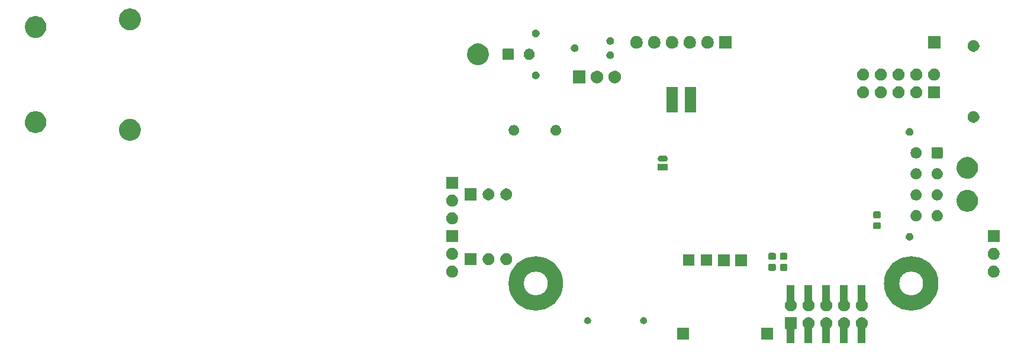
<source format=gbr>
G04 #@! TF.GenerationSoftware,KiCad,Pcbnew,5.1.5+dfsg1-2build2*
G04 #@! TF.CreationDate,2022-02-07T22:13:22+01:00*
G04 #@! TF.ProjectId,mre_addon_v2,6d72655f-6164-4646-9f6e-5f76322e6b69,V2.3*
G04 #@! TF.SameCoordinates,Original*
G04 #@! TF.FileFunction,Soldermask,Bot*
G04 #@! TF.FilePolarity,Negative*
%FSLAX46Y46*%
G04 Gerber Fmt 4.6, Leading zero omitted, Abs format (unit mm)*
G04 Created by KiCad (PCBNEW 5.1.5+dfsg1-2build2) date 2022-02-07 22:13:22*
%MOMM*%
%LPD*%
G04 APERTURE LIST*
%ADD10C,2.200000*%
%ADD11C,0.100000*%
G04 APERTURE END LIST*
D10*
X91300000Y-162700000D02*
G75*
G03X91300000Y-162700000I-2800000J0D01*
G01*
X145000000Y-162700000D02*
G75*
G03X145000000Y-162700000I-2800000J0D01*
G01*
D11*
G36*
X130301308Y-167560763D02*
G01*
X130456180Y-167624913D01*
X130595561Y-167718045D01*
X130714095Y-167836579D01*
X130807227Y-167975960D01*
X130871377Y-168130832D01*
X130904080Y-168295244D01*
X130904080Y-168462876D01*
X130871377Y-168627288D01*
X130807227Y-168782160D01*
X130714095Y-168921541D01*
X130635606Y-169000030D01*
X130620066Y-169018966D01*
X130608515Y-169040577D01*
X130601402Y-169064026D01*
X130599000Y-169088412D01*
X130599000Y-171257600D01*
X129497000Y-171257600D01*
X129497000Y-169078252D01*
X129494598Y-169053866D01*
X129487485Y-169030417D01*
X129475934Y-169008806D01*
X129460394Y-168989870D01*
X129392065Y-168921541D01*
X129298933Y-168782160D01*
X129234783Y-168627288D01*
X129202080Y-168462876D01*
X129202080Y-168295244D01*
X129234783Y-168130832D01*
X129298933Y-167975960D01*
X129392065Y-167836579D01*
X129510599Y-167718045D01*
X129649980Y-167624913D01*
X129804852Y-167560763D01*
X129969264Y-167528060D01*
X130136896Y-167528060D01*
X130301308Y-167560763D01*
G37*
G36*
X132841308Y-167560763D02*
G01*
X132996180Y-167624913D01*
X133135561Y-167718045D01*
X133254095Y-167836579D01*
X133347227Y-167975960D01*
X133411377Y-168130832D01*
X133444080Y-168295244D01*
X133444080Y-168462876D01*
X133411377Y-168627288D01*
X133347227Y-168782160D01*
X133254095Y-168921541D01*
X133175606Y-169000030D01*
X133160066Y-169018966D01*
X133148515Y-169040577D01*
X133141402Y-169064026D01*
X133139000Y-169088412D01*
X133139000Y-171257600D01*
X132037000Y-171257600D01*
X132037000Y-169078252D01*
X132034598Y-169053866D01*
X132027485Y-169030417D01*
X132015934Y-169008806D01*
X132000394Y-168989870D01*
X131932065Y-168921541D01*
X131838933Y-168782160D01*
X131774783Y-168627288D01*
X131742080Y-168462876D01*
X131742080Y-168295244D01*
X131774783Y-168130832D01*
X131838933Y-167975960D01*
X131932065Y-167836579D01*
X132050599Y-167718045D01*
X132189980Y-167624913D01*
X132344852Y-167560763D01*
X132509264Y-167528060D01*
X132676896Y-167528060D01*
X132841308Y-167560763D01*
G37*
G36*
X135381308Y-167560763D02*
G01*
X135536180Y-167624913D01*
X135675561Y-167718045D01*
X135794095Y-167836579D01*
X135887227Y-167975960D01*
X135951377Y-168130832D01*
X135984080Y-168295244D01*
X135984080Y-168462876D01*
X135951377Y-168627288D01*
X135887227Y-168782160D01*
X135794095Y-168921541D01*
X135715606Y-169000030D01*
X135700066Y-169018966D01*
X135688515Y-169040577D01*
X135681402Y-169064026D01*
X135679000Y-169088412D01*
X135679000Y-171257600D01*
X134577000Y-171257600D01*
X134577000Y-169078252D01*
X134574598Y-169053866D01*
X134567485Y-169030417D01*
X134555934Y-169008806D01*
X134540394Y-168989870D01*
X134472065Y-168921541D01*
X134378933Y-168782160D01*
X134314783Y-168627288D01*
X134282080Y-168462876D01*
X134282080Y-168295244D01*
X134314783Y-168130832D01*
X134378933Y-167975960D01*
X134472065Y-167836579D01*
X134590599Y-167718045D01*
X134729980Y-167624913D01*
X134884852Y-167560763D01*
X135049264Y-167528060D01*
X135216896Y-167528060D01*
X135381308Y-167560763D01*
G37*
G36*
X127761308Y-167560763D02*
G01*
X127916180Y-167624913D01*
X128055561Y-167718045D01*
X128174095Y-167836579D01*
X128267227Y-167975960D01*
X128331377Y-168130832D01*
X128364080Y-168295244D01*
X128364080Y-168462876D01*
X128331377Y-168627288D01*
X128267227Y-168782160D01*
X128174095Y-168921541D01*
X128095606Y-169000030D01*
X128080066Y-169018966D01*
X128068515Y-169040577D01*
X128061402Y-169064026D01*
X128059000Y-169088412D01*
X128059000Y-171257600D01*
X126957000Y-171257600D01*
X126957000Y-169078252D01*
X126954598Y-169053866D01*
X126947485Y-169030417D01*
X126935934Y-169008806D01*
X126920394Y-168989870D01*
X126852065Y-168921541D01*
X126758933Y-168782160D01*
X126694783Y-168627288D01*
X126662080Y-168462876D01*
X126662080Y-168295244D01*
X126694783Y-168130832D01*
X126758933Y-167975960D01*
X126852065Y-167836579D01*
X126970599Y-167718045D01*
X127109980Y-167624913D01*
X127264852Y-167560763D01*
X127429264Y-167528060D01*
X127596896Y-167528060D01*
X127761308Y-167560763D01*
G37*
G36*
X125824080Y-169230060D02*
G01*
X125643999Y-169230060D01*
X125619613Y-169232462D01*
X125596164Y-169239575D01*
X125574553Y-169251126D01*
X125555611Y-169266671D01*
X125540066Y-169285613D01*
X125528515Y-169307224D01*
X125521402Y-169330673D01*
X125519000Y-169355059D01*
X125519000Y-171257600D01*
X124417000Y-171257600D01*
X124417000Y-169355059D01*
X124414598Y-169330673D01*
X124407485Y-169307224D01*
X124395934Y-169285613D01*
X124380389Y-169266671D01*
X124361447Y-169251126D01*
X124339836Y-169239575D01*
X124316387Y-169232462D01*
X124292001Y-169230060D01*
X124122080Y-169230060D01*
X124122080Y-167528060D01*
X125824080Y-167528060D01*
X125824080Y-169230060D01*
G37*
G36*
X122466200Y-170731200D02*
G01*
X120764200Y-170731200D01*
X120764200Y-169029200D01*
X122466200Y-169029200D01*
X122466200Y-170731200D01*
G37*
G36*
X110401200Y-170731200D02*
G01*
X108699200Y-170731200D01*
X108699200Y-169029200D01*
X110401200Y-169029200D01*
X110401200Y-170731200D01*
G37*
G36*
X96058532Y-167530541D02*
G01*
X96148707Y-167567893D01*
X96229863Y-167622120D01*
X96298880Y-167691137D01*
X96353107Y-167772293D01*
X96390459Y-167862468D01*
X96409500Y-167958197D01*
X96409500Y-168055803D01*
X96390459Y-168151532D01*
X96353107Y-168241707D01*
X96298880Y-168322863D01*
X96229863Y-168391880D01*
X96148707Y-168446107D01*
X96058532Y-168483459D01*
X95962803Y-168502500D01*
X95865197Y-168502500D01*
X95769468Y-168483459D01*
X95679293Y-168446107D01*
X95598137Y-168391880D01*
X95529120Y-168322863D01*
X95474893Y-168241707D01*
X95437541Y-168151532D01*
X95418500Y-168055803D01*
X95418500Y-167958197D01*
X95437541Y-167862468D01*
X95474893Y-167772293D01*
X95529120Y-167691137D01*
X95598137Y-167622120D01*
X95679293Y-167567893D01*
X95769468Y-167530541D01*
X95865197Y-167511500D01*
X95962803Y-167511500D01*
X96058532Y-167530541D01*
G37*
G36*
X104058532Y-167530541D02*
G01*
X104148707Y-167567893D01*
X104229863Y-167622120D01*
X104298880Y-167691137D01*
X104353107Y-167772293D01*
X104390459Y-167862468D01*
X104409500Y-167958197D01*
X104409500Y-168055803D01*
X104390459Y-168151532D01*
X104353107Y-168241707D01*
X104298880Y-168322863D01*
X104229863Y-168391880D01*
X104148707Y-168446107D01*
X104058532Y-168483459D01*
X103962803Y-168502500D01*
X103865197Y-168502500D01*
X103769468Y-168483459D01*
X103679293Y-168446107D01*
X103598137Y-168391880D01*
X103529120Y-168322863D01*
X103474893Y-168241707D01*
X103437541Y-168151532D01*
X103418500Y-168055803D01*
X103418500Y-167958197D01*
X103437541Y-167862468D01*
X103474893Y-167772293D01*
X103529120Y-167691137D01*
X103598137Y-167622120D01*
X103679293Y-167567893D01*
X103769468Y-167530541D01*
X103865197Y-167511500D01*
X103962803Y-167511500D01*
X104058532Y-167530541D01*
G37*
G36*
X125519000Y-165129708D02*
G01*
X125521402Y-165154094D01*
X125528515Y-165177543D01*
X125540066Y-165199154D01*
X125555606Y-165218090D01*
X125634095Y-165296579D01*
X125727227Y-165435960D01*
X125791377Y-165590832D01*
X125824080Y-165755244D01*
X125824080Y-165922876D01*
X125791377Y-166087288D01*
X125727227Y-166242160D01*
X125634095Y-166381541D01*
X125515561Y-166500075D01*
X125376180Y-166593207D01*
X125221308Y-166657357D01*
X125056896Y-166690060D01*
X124889264Y-166690060D01*
X124724852Y-166657357D01*
X124569980Y-166593207D01*
X124430599Y-166500075D01*
X124312065Y-166381541D01*
X124218933Y-166242160D01*
X124154783Y-166087288D01*
X124122080Y-165922876D01*
X124122080Y-165755244D01*
X124154783Y-165590832D01*
X124218933Y-165435960D01*
X124312065Y-165296579D01*
X124380394Y-165228250D01*
X124395934Y-165209314D01*
X124407485Y-165187703D01*
X124414598Y-165164254D01*
X124417000Y-165139868D01*
X124417000Y-162955600D01*
X125519000Y-162955600D01*
X125519000Y-165129708D01*
G37*
G36*
X133139000Y-165129708D02*
G01*
X133141402Y-165154094D01*
X133148515Y-165177543D01*
X133160066Y-165199154D01*
X133175606Y-165218090D01*
X133254095Y-165296579D01*
X133347227Y-165435960D01*
X133411377Y-165590832D01*
X133444080Y-165755244D01*
X133444080Y-165922876D01*
X133411377Y-166087288D01*
X133347227Y-166242160D01*
X133254095Y-166381541D01*
X133135561Y-166500075D01*
X132996180Y-166593207D01*
X132841308Y-166657357D01*
X132676896Y-166690060D01*
X132509264Y-166690060D01*
X132344852Y-166657357D01*
X132189980Y-166593207D01*
X132050599Y-166500075D01*
X131932065Y-166381541D01*
X131838933Y-166242160D01*
X131774783Y-166087288D01*
X131742080Y-165922876D01*
X131742080Y-165755244D01*
X131774783Y-165590832D01*
X131838933Y-165435960D01*
X131932065Y-165296579D01*
X132000394Y-165228250D01*
X132015934Y-165209314D01*
X132027485Y-165187703D01*
X132034598Y-165164254D01*
X132037000Y-165139868D01*
X132037000Y-162955600D01*
X133139000Y-162955600D01*
X133139000Y-165129708D01*
G37*
G36*
X135679000Y-165129708D02*
G01*
X135681402Y-165154094D01*
X135688515Y-165177543D01*
X135700066Y-165199154D01*
X135715606Y-165218090D01*
X135794095Y-165296579D01*
X135887227Y-165435960D01*
X135951377Y-165590832D01*
X135984080Y-165755244D01*
X135984080Y-165922876D01*
X135951377Y-166087288D01*
X135887227Y-166242160D01*
X135794095Y-166381541D01*
X135675561Y-166500075D01*
X135536180Y-166593207D01*
X135381308Y-166657357D01*
X135216896Y-166690060D01*
X135049264Y-166690060D01*
X134884852Y-166657357D01*
X134729980Y-166593207D01*
X134590599Y-166500075D01*
X134472065Y-166381541D01*
X134378933Y-166242160D01*
X134314783Y-166087288D01*
X134282080Y-165922876D01*
X134282080Y-165755244D01*
X134314783Y-165590832D01*
X134378933Y-165435960D01*
X134472065Y-165296579D01*
X134540394Y-165228250D01*
X134555934Y-165209314D01*
X134567485Y-165187703D01*
X134574598Y-165164254D01*
X134577000Y-165139868D01*
X134577000Y-162955600D01*
X135679000Y-162955600D01*
X135679000Y-165129708D01*
G37*
G36*
X130599000Y-165129708D02*
G01*
X130601402Y-165154094D01*
X130608515Y-165177543D01*
X130620066Y-165199154D01*
X130635606Y-165218090D01*
X130714095Y-165296579D01*
X130807227Y-165435960D01*
X130871377Y-165590832D01*
X130904080Y-165755244D01*
X130904080Y-165922876D01*
X130871377Y-166087288D01*
X130807227Y-166242160D01*
X130714095Y-166381541D01*
X130595561Y-166500075D01*
X130456180Y-166593207D01*
X130301308Y-166657357D01*
X130136896Y-166690060D01*
X129969264Y-166690060D01*
X129804852Y-166657357D01*
X129649980Y-166593207D01*
X129510599Y-166500075D01*
X129392065Y-166381541D01*
X129298933Y-166242160D01*
X129234783Y-166087288D01*
X129202080Y-165922876D01*
X129202080Y-165755244D01*
X129234783Y-165590832D01*
X129298933Y-165435960D01*
X129392065Y-165296579D01*
X129460394Y-165228250D01*
X129475934Y-165209314D01*
X129487485Y-165187703D01*
X129494598Y-165164254D01*
X129497000Y-165139868D01*
X129497000Y-162955600D01*
X130599000Y-162955600D01*
X130599000Y-165129708D01*
G37*
G36*
X128059000Y-165129708D02*
G01*
X128061402Y-165154094D01*
X128068515Y-165177543D01*
X128080066Y-165199154D01*
X128095606Y-165218090D01*
X128174095Y-165296579D01*
X128267227Y-165435960D01*
X128331377Y-165590832D01*
X128364080Y-165755244D01*
X128364080Y-165922876D01*
X128331377Y-166087288D01*
X128267227Y-166242160D01*
X128174095Y-166381541D01*
X128055561Y-166500075D01*
X127916180Y-166593207D01*
X127761308Y-166657357D01*
X127596896Y-166690060D01*
X127429264Y-166690060D01*
X127264852Y-166657357D01*
X127109980Y-166593207D01*
X126970599Y-166500075D01*
X126852065Y-166381541D01*
X126758933Y-166242160D01*
X126694783Y-166087288D01*
X126662080Y-165922876D01*
X126662080Y-165755244D01*
X126694783Y-165590832D01*
X126758933Y-165435960D01*
X126852065Y-165296579D01*
X126920394Y-165228250D01*
X126935934Y-165209314D01*
X126947485Y-165187703D01*
X126954598Y-165164254D01*
X126957000Y-165139868D01*
X126957000Y-162955600D01*
X128059000Y-162955600D01*
X128059000Y-165129708D01*
G37*
G36*
X76778428Y-160171903D02*
G01*
X76933300Y-160236053D01*
X77072681Y-160329185D01*
X77191215Y-160447719D01*
X77284347Y-160587100D01*
X77348497Y-160741972D01*
X77381200Y-160906384D01*
X77381200Y-161074016D01*
X77348497Y-161238428D01*
X77284347Y-161393300D01*
X77191215Y-161532681D01*
X77072681Y-161651215D01*
X76933300Y-161744347D01*
X76778428Y-161808497D01*
X76614016Y-161841200D01*
X76446384Y-161841200D01*
X76281972Y-161808497D01*
X76127100Y-161744347D01*
X75987719Y-161651215D01*
X75869185Y-161532681D01*
X75776053Y-161393300D01*
X75711903Y-161238428D01*
X75679200Y-161074016D01*
X75679200Y-160906384D01*
X75711903Y-160741972D01*
X75776053Y-160587100D01*
X75869185Y-160447719D01*
X75987719Y-160329185D01*
X76127100Y-160236053D01*
X76281972Y-160171903D01*
X76446384Y-160139200D01*
X76614016Y-160139200D01*
X76778428Y-160171903D01*
G37*
G36*
X154248428Y-160171903D02*
G01*
X154403300Y-160236053D01*
X154542681Y-160329185D01*
X154661215Y-160447719D01*
X154754347Y-160587100D01*
X154818497Y-160741972D01*
X154851200Y-160906384D01*
X154851200Y-161074016D01*
X154818497Y-161238428D01*
X154754347Y-161393300D01*
X154661215Y-161532681D01*
X154542681Y-161651215D01*
X154403300Y-161744347D01*
X154248428Y-161808497D01*
X154084016Y-161841200D01*
X153916384Y-161841200D01*
X153751972Y-161808497D01*
X153597100Y-161744347D01*
X153457719Y-161651215D01*
X153339185Y-161532681D01*
X153246053Y-161393300D01*
X153181903Y-161238428D01*
X153149200Y-161074016D01*
X153149200Y-160906384D01*
X153181903Y-160741972D01*
X153246053Y-160587100D01*
X153339185Y-160447719D01*
X153457719Y-160329185D01*
X153597100Y-160236053D01*
X153751972Y-160171903D01*
X153916384Y-160139200D01*
X154084016Y-160139200D01*
X154248428Y-160171903D01*
G37*
G36*
X124329591Y-159903085D02*
G01*
X124363569Y-159913393D01*
X124394890Y-159930134D01*
X124422339Y-159952661D01*
X124444866Y-159980110D01*
X124461607Y-160011431D01*
X124471915Y-160045409D01*
X124476000Y-160086890D01*
X124476000Y-160688110D01*
X124471915Y-160729591D01*
X124461607Y-160763569D01*
X124444866Y-160794890D01*
X124422339Y-160822339D01*
X124394890Y-160844866D01*
X124363569Y-160861607D01*
X124329591Y-160871915D01*
X124288110Y-160876000D01*
X123611890Y-160876000D01*
X123570409Y-160871915D01*
X123536431Y-160861607D01*
X123505110Y-160844866D01*
X123477661Y-160822339D01*
X123455134Y-160794890D01*
X123438393Y-160763569D01*
X123428085Y-160729591D01*
X123424000Y-160688110D01*
X123424000Y-160086890D01*
X123428085Y-160045409D01*
X123438393Y-160011431D01*
X123455134Y-159980110D01*
X123477661Y-159952661D01*
X123505110Y-159930134D01*
X123536431Y-159913393D01*
X123570409Y-159903085D01*
X123611890Y-159899000D01*
X124288110Y-159899000D01*
X124329591Y-159903085D01*
G37*
G36*
X122679591Y-159903085D02*
G01*
X122713569Y-159913393D01*
X122744890Y-159930134D01*
X122772339Y-159952661D01*
X122794866Y-159980110D01*
X122811607Y-160011431D01*
X122821915Y-160045409D01*
X122826000Y-160086890D01*
X122826000Y-160688110D01*
X122821915Y-160729591D01*
X122811607Y-160763569D01*
X122794866Y-160794890D01*
X122772339Y-160822339D01*
X122744890Y-160844866D01*
X122713569Y-160861607D01*
X122679591Y-160871915D01*
X122638110Y-160876000D01*
X121961890Y-160876000D01*
X121920409Y-160871915D01*
X121886431Y-160861607D01*
X121855110Y-160844866D01*
X121827661Y-160822339D01*
X121805134Y-160794890D01*
X121788393Y-160763569D01*
X121778085Y-160729591D01*
X121774000Y-160688110D01*
X121774000Y-160086890D01*
X121778085Y-160045409D01*
X121788393Y-160011431D01*
X121805134Y-159980110D01*
X121827661Y-159952661D01*
X121855110Y-159930134D01*
X121886431Y-159913393D01*
X121920409Y-159903085D01*
X121961890Y-159899000D01*
X122638110Y-159899000D01*
X122679591Y-159903085D01*
G37*
G36*
X118751600Y-160211800D02*
G01*
X117049600Y-160211800D01*
X117049600Y-158509800D01*
X118751600Y-158509800D01*
X118751600Y-160211800D01*
G37*
G36*
X116251600Y-160211800D02*
G01*
X114549600Y-160211800D01*
X114549600Y-158509800D01*
X116251600Y-158509800D01*
X116251600Y-160211800D01*
G37*
G36*
X111213600Y-160173800D02*
G01*
X109587600Y-160173800D01*
X109587600Y-158547800D01*
X111213600Y-158547800D01*
X111213600Y-160173800D01*
G37*
G36*
X113713600Y-160173800D02*
G01*
X112087600Y-160173800D01*
X112087600Y-158547800D01*
X113713600Y-158547800D01*
X113713600Y-160173800D01*
G37*
G36*
X80048200Y-160063200D02*
G01*
X78346200Y-160063200D01*
X78346200Y-158361200D01*
X80048200Y-158361200D01*
X80048200Y-160063200D01*
G37*
G36*
X81985428Y-158393903D02*
G01*
X82140300Y-158458053D01*
X82279681Y-158551185D01*
X82398215Y-158669719D01*
X82491347Y-158809100D01*
X82555497Y-158963972D01*
X82588200Y-159128384D01*
X82588200Y-159296016D01*
X82555497Y-159460428D01*
X82491347Y-159615300D01*
X82398215Y-159754681D01*
X82279681Y-159873215D01*
X82140300Y-159966347D01*
X81985428Y-160030497D01*
X81821016Y-160063200D01*
X81653384Y-160063200D01*
X81488972Y-160030497D01*
X81334100Y-159966347D01*
X81194719Y-159873215D01*
X81076185Y-159754681D01*
X80983053Y-159615300D01*
X80918903Y-159460428D01*
X80886200Y-159296016D01*
X80886200Y-159128384D01*
X80918903Y-158963972D01*
X80983053Y-158809100D01*
X81076185Y-158669719D01*
X81194719Y-158551185D01*
X81334100Y-158458053D01*
X81488972Y-158393903D01*
X81653384Y-158361200D01*
X81821016Y-158361200D01*
X81985428Y-158393903D01*
G37*
G36*
X84525428Y-158393903D02*
G01*
X84680300Y-158458053D01*
X84819681Y-158551185D01*
X84938215Y-158669719D01*
X85031347Y-158809100D01*
X85095497Y-158963972D01*
X85128200Y-159128384D01*
X85128200Y-159296016D01*
X85095497Y-159460428D01*
X85031347Y-159615300D01*
X84938215Y-159754681D01*
X84819681Y-159873215D01*
X84680300Y-159966347D01*
X84525428Y-160030497D01*
X84361016Y-160063200D01*
X84193384Y-160063200D01*
X84028972Y-160030497D01*
X83874100Y-159966347D01*
X83734719Y-159873215D01*
X83616185Y-159754681D01*
X83523053Y-159615300D01*
X83458903Y-159460428D01*
X83426200Y-159296016D01*
X83426200Y-159128384D01*
X83458903Y-158963972D01*
X83523053Y-158809100D01*
X83616185Y-158669719D01*
X83734719Y-158551185D01*
X83874100Y-158458053D01*
X84028972Y-158393903D01*
X84193384Y-158361200D01*
X84361016Y-158361200D01*
X84525428Y-158393903D01*
G37*
G36*
X76778428Y-157631903D02*
G01*
X76933300Y-157696053D01*
X77072681Y-157789185D01*
X77191215Y-157907719D01*
X77284347Y-158047100D01*
X77348497Y-158201972D01*
X77381200Y-158366384D01*
X77381200Y-158534016D01*
X77348497Y-158698428D01*
X77284347Y-158853300D01*
X77191215Y-158992681D01*
X77072681Y-159111215D01*
X76933300Y-159204347D01*
X76778428Y-159268497D01*
X76614016Y-159301200D01*
X76446384Y-159301200D01*
X76281972Y-159268497D01*
X76127100Y-159204347D01*
X75987719Y-159111215D01*
X75869185Y-158992681D01*
X75776053Y-158853300D01*
X75711903Y-158698428D01*
X75679200Y-158534016D01*
X75679200Y-158366384D01*
X75711903Y-158201972D01*
X75776053Y-158047100D01*
X75869185Y-157907719D01*
X75987719Y-157789185D01*
X76127100Y-157696053D01*
X76281972Y-157631903D01*
X76446384Y-157599200D01*
X76614016Y-157599200D01*
X76778428Y-157631903D01*
G37*
G36*
X154248428Y-157631903D02*
G01*
X154403300Y-157696053D01*
X154542681Y-157789185D01*
X154661215Y-157907719D01*
X154754347Y-158047100D01*
X154818497Y-158201972D01*
X154851200Y-158366384D01*
X154851200Y-158534016D01*
X154818497Y-158698428D01*
X154754347Y-158853300D01*
X154661215Y-158992681D01*
X154542681Y-159111215D01*
X154403300Y-159204347D01*
X154248428Y-159268497D01*
X154084016Y-159301200D01*
X153916384Y-159301200D01*
X153751972Y-159268497D01*
X153597100Y-159204347D01*
X153457719Y-159111215D01*
X153339185Y-158992681D01*
X153246053Y-158853300D01*
X153181903Y-158698428D01*
X153149200Y-158534016D01*
X153149200Y-158366384D01*
X153181903Y-158201972D01*
X153246053Y-158047100D01*
X153339185Y-157907719D01*
X153457719Y-157789185D01*
X153597100Y-157696053D01*
X153751972Y-157631903D01*
X153916384Y-157599200D01*
X154084016Y-157599200D01*
X154248428Y-157631903D01*
G37*
G36*
X124329591Y-158328085D02*
G01*
X124363569Y-158338393D01*
X124394890Y-158355134D01*
X124422339Y-158377661D01*
X124444866Y-158405110D01*
X124461607Y-158436431D01*
X124471915Y-158470409D01*
X124476000Y-158511890D01*
X124476000Y-159113110D01*
X124471915Y-159154591D01*
X124461607Y-159188569D01*
X124444866Y-159219890D01*
X124422339Y-159247339D01*
X124394890Y-159269866D01*
X124363569Y-159286607D01*
X124329591Y-159296915D01*
X124288110Y-159301000D01*
X123611890Y-159301000D01*
X123570409Y-159296915D01*
X123536431Y-159286607D01*
X123505110Y-159269866D01*
X123477661Y-159247339D01*
X123455134Y-159219890D01*
X123438393Y-159188569D01*
X123428085Y-159154591D01*
X123424000Y-159113110D01*
X123424000Y-158511890D01*
X123428085Y-158470409D01*
X123438393Y-158436431D01*
X123455134Y-158405110D01*
X123477661Y-158377661D01*
X123505110Y-158355134D01*
X123536431Y-158338393D01*
X123570409Y-158328085D01*
X123611890Y-158324000D01*
X124288110Y-158324000D01*
X124329591Y-158328085D01*
G37*
G36*
X122679591Y-158328085D02*
G01*
X122713569Y-158338393D01*
X122744890Y-158355134D01*
X122772339Y-158377661D01*
X122794866Y-158405110D01*
X122811607Y-158436431D01*
X122821915Y-158470409D01*
X122826000Y-158511890D01*
X122826000Y-159113110D01*
X122821915Y-159154591D01*
X122811607Y-159188569D01*
X122794866Y-159219890D01*
X122772339Y-159247339D01*
X122744890Y-159269866D01*
X122713569Y-159286607D01*
X122679591Y-159296915D01*
X122638110Y-159301000D01*
X121961890Y-159301000D01*
X121920409Y-159296915D01*
X121886431Y-159286607D01*
X121855110Y-159269866D01*
X121827661Y-159247339D01*
X121805134Y-159219890D01*
X121788393Y-159188569D01*
X121778085Y-159154591D01*
X121774000Y-159113110D01*
X121774000Y-158511890D01*
X121778085Y-158470409D01*
X121788393Y-158436431D01*
X121805134Y-158405110D01*
X121827661Y-158377661D01*
X121855110Y-158355134D01*
X121886431Y-158338393D01*
X121920409Y-158328085D01*
X121961890Y-158324000D01*
X122638110Y-158324000D01*
X122679591Y-158328085D01*
G37*
G36*
X154851200Y-156761200D02*
G01*
X153149200Y-156761200D01*
X153149200Y-155059200D01*
X154851200Y-155059200D01*
X154851200Y-156761200D01*
G37*
G36*
X77381200Y-156761200D02*
G01*
X75679200Y-156761200D01*
X75679200Y-155059200D01*
X77381200Y-155059200D01*
X77381200Y-156761200D01*
G37*
G36*
X142120721Y-155470174D02*
G01*
X142220995Y-155511709D01*
X142220996Y-155511710D01*
X142311242Y-155572010D01*
X142387990Y-155648758D01*
X142387991Y-155648760D01*
X142448291Y-155739005D01*
X142489826Y-155839279D01*
X142511000Y-155945730D01*
X142511000Y-156054270D01*
X142489826Y-156160721D01*
X142448291Y-156260995D01*
X142448290Y-156260996D01*
X142387990Y-156351242D01*
X142311242Y-156427990D01*
X142265812Y-156458345D01*
X142220995Y-156488291D01*
X142120721Y-156529826D01*
X142014270Y-156551000D01*
X141905730Y-156551000D01*
X141799279Y-156529826D01*
X141699005Y-156488291D01*
X141654188Y-156458345D01*
X141608758Y-156427990D01*
X141532010Y-156351242D01*
X141471710Y-156260996D01*
X141471709Y-156260995D01*
X141430174Y-156160721D01*
X141409000Y-156054270D01*
X141409000Y-155945730D01*
X141430174Y-155839279D01*
X141471709Y-155739005D01*
X141532009Y-155648760D01*
X141532010Y-155648758D01*
X141608758Y-155572010D01*
X141699004Y-155511710D01*
X141699005Y-155511709D01*
X141799279Y-155470174D01*
X141905730Y-155449000D01*
X142014270Y-155449000D01*
X142120721Y-155470174D01*
G37*
G36*
X137679591Y-153953085D02*
G01*
X137713569Y-153963393D01*
X137744890Y-153980134D01*
X137772339Y-154002661D01*
X137794866Y-154030110D01*
X137811607Y-154061431D01*
X137821915Y-154095409D01*
X137826000Y-154136890D01*
X137826000Y-154738110D01*
X137821915Y-154779591D01*
X137811607Y-154813569D01*
X137794866Y-154844890D01*
X137772339Y-154872339D01*
X137744890Y-154894866D01*
X137713569Y-154911607D01*
X137679591Y-154921915D01*
X137638110Y-154926000D01*
X136961890Y-154926000D01*
X136920409Y-154921915D01*
X136886431Y-154911607D01*
X136855110Y-154894866D01*
X136827661Y-154872339D01*
X136805134Y-154844890D01*
X136788393Y-154813569D01*
X136778085Y-154779591D01*
X136774000Y-154738110D01*
X136774000Y-154136890D01*
X136778085Y-154095409D01*
X136788393Y-154061431D01*
X136805134Y-154030110D01*
X136827661Y-154002661D01*
X136855110Y-153980134D01*
X136886431Y-153963393D01*
X136920409Y-153953085D01*
X136961890Y-153949000D01*
X137638110Y-153949000D01*
X137679591Y-153953085D01*
G37*
G36*
X76778428Y-152551903D02*
G01*
X76933300Y-152616053D01*
X77072681Y-152709185D01*
X77191215Y-152827719D01*
X77284347Y-152967100D01*
X77348497Y-153121972D01*
X77381200Y-153286384D01*
X77381200Y-153454016D01*
X77348497Y-153618428D01*
X77284347Y-153773300D01*
X77191215Y-153912681D01*
X77072681Y-154031215D01*
X76933300Y-154124347D01*
X76778428Y-154188497D01*
X76614016Y-154221200D01*
X76446384Y-154221200D01*
X76281972Y-154188497D01*
X76127100Y-154124347D01*
X75987719Y-154031215D01*
X75869185Y-153912681D01*
X75776053Y-153773300D01*
X75711903Y-153618428D01*
X75679200Y-153454016D01*
X75679200Y-153286384D01*
X75711903Y-153121972D01*
X75776053Y-152967100D01*
X75869185Y-152827719D01*
X75987719Y-152709185D01*
X76127100Y-152616053D01*
X76281972Y-152551903D01*
X76446384Y-152519200D01*
X76614016Y-152519200D01*
X76778428Y-152551903D01*
G37*
G36*
X146133642Y-152229781D02*
G01*
X146279414Y-152290162D01*
X146279416Y-152290163D01*
X146410608Y-152377822D01*
X146522178Y-152489392D01*
X146608277Y-152618250D01*
X146609838Y-152620586D01*
X146670219Y-152766358D01*
X146701000Y-152921107D01*
X146701000Y-153078893D01*
X146670219Y-153233642D01*
X146609838Y-153379414D01*
X146609837Y-153379416D01*
X146522178Y-153510608D01*
X146410608Y-153622178D01*
X146279416Y-153709837D01*
X146279415Y-153709838D01*
X146279414Y-153709838D01*
X146133642Y-153770219D01*
X145978893Y-153801000D01*
X145821107Y-153801000D01*
X145666358Y-153770219D01*
X145520586Y-153709838D01*
X145520585Y-153709838D01*
X145520584Y-153709837D01*
X145389392Y-153622178D01*
X145277822Y-153510608D01*
X145190163Y-153379416D01*
X145190162Y-153379414D01*
X145129781Y-153233642D01*
X145099000Y-153078893D01*
X145099000Y-152921107D01*
X145129781Y-152766358D01*
X145190162Y-152620586D01*
X145191723Y-152618250D01*
X145277822Y-152489392D01*
X145389392Y-152377822D01*
X145520584Y-152290163D01*
X145520586Y-152290162D01*
X145666358Y-152229781D01*
X145821107Y-152199000D01*
X145978893Y-152199000D01*
X146133642Y-152229781D01*
G37*
G36*
X143133642Y-152229781D02*
G01*
X143279414Y-152290162D01*
X143279416Y-152290163D01*
X143410608Y-152377822D01*
X143522178Y-152489392D01*
X143608277Y-152618250D01*
X143609838Y-152620586D01*
X143670219Y-152766358D01*
X143701000Y-152921107D01*
X143701000Y-153078893D01*
X143670219Y-153233642D01*
X143609838Y-153379414D01*
X143609837Y-153379416D01*
X143522178Y-153510608D01*
X143410608Y-153622178D01*
X143279416Y-153709837D01*
X143279415Y-153709838D01*
X143279414Y-153709838D01*
X143133642Y-153770219D01*
X142978893Y-153801000D01*
X142821107Y-153801000D01*
X142666358Y-153770219D01*
X142520586Y-153709838D01*
X142520585Y-153709838D01*
X142520584Y-153709837D01*
X142389392Y-153622178D01*
X142277822Y-153510608D01*
X142190163Y-153379416D01*
X142190162Y-153379414D01*
X142129781Y-153233642D01*
X142099000Y-153078893D01*
X142099000Y-152921107D01*
X142129781Y-152766358D01*
X142190162Y-152620586D01*
X142191723Y-152618250D01*
X142277822Y-152489392D01*
X142389392Y-152377822D01*
X142520584Y-152290163D01*
X142520586Y-152290162D01*
X142666358Y-152229781D01*
X142821107Y-152199000D01*
X142978893Y-152199000D01*
X143133642Y-152229781D01*
G37*
G36*
X137679591Y-152378085D02*
G01*
X137713569Y-152388393D01*
X137744890Y-152405134D01*
X137772339Y-152427661D01*
X137794866Y-152455110D01*
X137811607Y-152486431D01*
X137821915Y-152520409D01*
X137826000Y-152561890D01*
X137826000Y-153163110D01*
X137821915Y-153204591D01*
X137811607Y-153238569D01*
X137794866Y-153269890D01*
X137772339Y-153297339D01*
X137744890Y-153319866D01*
X137713569Y-153336607D01*
X137679591Y-153346915D01*
X137638110Y-153351000D01*
X136961890Y-153351000D01*
X136920409Y-153346915D01*
X136886431Y-153336607D01*
X136855110Y-153319866D01*
X136827661Y-153297339D01*
X136805134Y-153269890D01*
X136788393Y-153238569D01*
X136778085Y-153204591D01*
X136774000Y-153163110D01*
X136774000Y-152561890D01*
X136778085Y-152520409D01*
X136788393Y-152486431D01*
X136805134Y-152455110D01*
X136827661Y-152427661D01*
X136855110Y-152405134D01*
X136886431Y-152388393D01*
X136920409Y-152378085D01*
X136961890Y-152374000D01*
X137638110Y-152374000D01*
X137679591Y-152378085D01*
G37*
G36*
X150522585Y-149338802D02*
G01*
X150672410Y-149368604D01*
X150954674Y-149485521D01*
X151208705Y-149655259D01*
X151424741Y-149871295D01*
X151594479Y-150125326D01*
X151711396Y-150407590D01*
X151741198Y-150557415D01*
X151768635Y-150695347D01*
X151771000Y-150707240D01*
X151771000Y-151012760D01*
X151711396Y-151312410D01*
X151594479Y-151594674D01*
X151424741Y-151848705D01*
X151208705Y-152064741D01*
X150954674Y-152234479D01*
X150672410Y-152351396D01*
X150522585Y-152381198D01*
X150372761Y-152411000D01*
X150067239Y-152411000D01*
X149917415Y-152381198D01*
X149767590Y-152351396D01*
X149485326Y-152234479D01*
X149231295Y-152064741D01*
X149015259Y-151848705D01*
X148845521Y-151594674D01*
X148728604Y-151312410D01*
X148669000Y-151012760D01*
X148669000Y-150707240D01*
X148671366Y-150695347D01*
X148698802Y-150557415D01*
X148728604Y-150407590D01*
X148845521Y-150125326D01*
X149015259Y-149871295D01*
X149231295Y-149655259D01*
X149485326Y-149485521D01*
X149767590Y-149368604D01*
X149917415Y-149338802D01*
X150067239Y-149309000D01*
X150372761Y-149309000D01*
X150522585Y-149338802D01*
G37*
G36*
X76778428Y-150011903D02*
G01*
X76933300Y-150076053D01*
X77072681Y-150169185D01*
X77191215Y-150287719D01*
X77284347Y-150427100D01*
X77348497Y-150581972D01*
X77381200Y-150746384D01*
X77381200Y-150914016D01*
X77348497Y-151078428D01*
X77284347Y-151233300D01*
X77191215Y-151372681D01*
X77072681Y-151491215D01*
X76933300Y-151584347D01*
X76778428Y-151648497D01*
X76614016Y-151681200D01*
X76446384Y-151681200D01*
X76281972Y-151648497D01*
X76127100Y-151584347D01*
X75987719Y-151491215D01*
X75869185Y-151372681D01*
X75776053Y-151233300D01*
X75711903Y-151078428D01*
X75679200Y-150914016D01*
X75679200Y-150746384D01*
X75711903Y-150581972D01*
X75776053Y-150427100D01*
X75869185Y-150287719D01*
X75987719Y-150169185D01*
X76127100Y-150076053D01*
X76281972Y-150011903D01*
X76446384Y-149979200D01*
X76614016Y-149979200D01*
X76778428Y-150011903D01*
G37*
G36*
X143133642Y-149229781D02*
G01*
X143255327Y-149280185D01*
X143279416Y-149290163D01*
X143410608Y-149377822D01*
X143522178Y-149489392D01*
X143554723Y-149538100D01*
X143609838Y-149620586D01*
X143670219Y-149766358D01*
X143701000Y-149921107D01*
X143701000Y-150078893D01*
X143670219Y-150233642D01*
X143609838Y-150379414D01*
X143609837Y-150379416D01*
X143522178Y-150510608D01*
X143410608Y-150622178D01*
X143279416Y-150709837D01*
X143279415Y-150709838D01*
X143279414Y-150709838D01*
X143133642Y-150770219D01*
X142978893Y-150801000D01*
X142821107Y-150801000D01*
X142666358Y-150770219D01*
X142520586Y-150709838D01*
X142520585Y-150709838D01*
X142520584Y-150709837D01*
X142389392Y-150622178D01*
X142277822Y-150510608D01*
X142190163Y-150379416D01*
X142190162Y-150379414D01*
X142129781Y-150233642D01*
X142099000Y-150078893D01*
X142099000Y-149921107D01*
X142129781Y-149766358D01*
X142190162Y-149620586D01*
X142245277Y-149538100D01*
X142277822Y-149489392D01*
X142389392Y-149377822D01*
X142520584Y-149290163D01*
X142544673Y-149280185D01*
X142666358Y-149229781D01*
X142821107Y-149199000D01*
X142978893Y-149199000D01*
X143133642Y-149229781D01*
G37*
G36*
X146133642Y-149229781D02*
G01*
X146255327Y-149280185D01*
X146279416Y-149290163D01*
X146410608Y-149377822D01*
X146522178Y-149489392D01*
X146554723Y-149538100D01*
X146609838Y-149620586D01*
X146670219Y-149766358D01*
X146701000Y-149921107D01*
X146701000Y-150078893D01*
X146670219Y-150233642D01*
X146609838Y-150379414D01*
X146609837Y-150379416D01*
X146522178Y-150510608D01*
X146410608Y-150622178D01*
X146279416Y-150709837D01*
X146279415Y-150709838D01*
X146279414Y-150709838D01*
X146133642Y-150770219D01*
X145978893Y-150801000D01*
X145821107Y-150801000D01*
X145666358Y-150770219D01*
X145520586Y-150709838D01*
X145520585Y-150709838D01*
X145520584Y-150709837D01*
X145389392Y-150622178D01*
X145277822Y-150510608D01*
X145190163Y-150379416D01*
X145190162Y-150379414D01*
X145129781Y-150233642D01*
X145099000Y-150078893D01*
X145099000Y-149921107D01*
X145129781Y-149766358D01*
X145190162Y-149620586D01*
X145245277Y-149538100D01*
X145277822Y-149489392D01*
X145389392Y-149377822D01*
X145520584Y-149290163D01*
X145544673Y-149280185D01*
X145666358Y-149229781D01*
X145821107Y-149199000D01*
X145978893Y-149199000D01*
X146133642Y-149229781D01*
G37*
G36*
X81985428Y-149122903D02*
G01*
X82140300Y-149187053D01*
X82279681Y-149280185D01*
X82398215Y-149398719D01*
X82491347Y-149538100D01*
X82555497Y-149692972D01*
X82588200Y-149857384D01*
X82588200Y-150025016D01*
X82555497Y-150189428D01*
X82491347Y-150344300D01*
X82398215Y-150483681D01*
X82279681Y-150602215D01*
X82140300Y-150695347D01*
X81985428Y-150759497D01*
X81821016Y-150792200D01*
X81653384Y-150792200D01*
X81488972Y-150759497D01*
X81334100Y-150695347D01*
X81194719Y-150602215D01*
X81076185Y-150483681D01*
X80983053Y-150344300D01*
X80918903Y-150189428D01*
X80886200Y-150025016D01*
X80886200Y-149857384D01*
X80918903Y-149692972D01*
X80983053Y-149538100D01*
X81076185Y-149398719D01*
X81194719Y-149280185D01*
X81334100Y-149187053D01*
X81488972Y-149122903D01*
X81653384Y-149090200D01*
X81821016Y-149090200D01*
X81985428Y-149122903D01*
G37*
G36*
X84525428Y-149122903D02*
G01*
X84680300Y-149187053D01*
X84819681Y-149280185D01*
X84938215Y-149398719D01*
X85031347Y-149538100D01*
X85095497Y-149692972D01*
X85128200Y-149857384D01*
X85128200Y-150025016D01*
X85095497Y-150189428D01*
X85031347Y-150344300D01*
X84938215Y-150483681D01*
X84819681Y-150602215D01*
X84680300Y-150695347D01*
X84525428Y-150759497D01*
X84361016Y-150792200D01*
X84193384Y-150792200D01*
X84028972Y-150759497D01*
X83874100Y-150695347D01*
X83734719Y-150602215D01*
X83616185Y-150483681D01*
X83523053Y-150344300D01*
X83458903Y-150189428D01*
X83426200Y-150025016D01*
X83426200Y-149857384D01*
X83458903Y-149692972D01*
X83523053Y-149538100D01*
X83616185Y-149398719D01*
X83734719Y-149280185D01*
X83874100Y-149187053D01*
X84028972Y-149122903D01*
X84193384Y-149090200D01*
X84361016Y-149090200D01*
X84525428Y-149122903D01*
G37*
G36*
X80048200Y-150792200D02*
G01*
X78346200Y-150792200D01*
X78346200Y-149090200D01*
X80048200Y-149090200D01*
X80048200Y-150792200D01*
G37*
G36*
X77381200Y-149141200D02*
G01*
X75679200Y-149141200D01*
X75679200Y-147439200D01*
X77381200Y-147439200D01*
X77381200Y-149141200D01*
G37*
G36*
X146133642Y-146229781D02*
G01*
X146279414Y-146290162D01*
X146279416Y-146290163D01*
X146410608Y-146377822D01*
X146522178Y-146489392D01*
X146604375Y-146612410D01*
X146609838Y-146620586D01*
X146670219Y-146766358D01*
X146701000Y-146921107D01*
X146701000Y-147078893D01*
X146670219Y-147233642D01*
X146615916Y-147364740D01*
X146609837Y-147379416D01*
X146522178Y-147510608D01*
X146410608Y-147622178D01*
X146279416Y-147709837D01*
X146279415Y-147709838D01*
X146279414Y-147709838D01*
X146133642Y-147770219D01*
X145978893Y-147801000D01*
X145821107Y-147801000D01*
X145666358Y-147770219D01*
X145520586Y-147709838D01*
X145520585Y-147709838D01*
X145520584Y-147709837D01*
X145389392Y-147622178D01*
X145277822Y-147510608D01*
X145190163Y-147379416D01*
X145184084Y-147364740D01*
X145129781Y-147233642D01*
X145099000Y-147078893D01*
X145099000Y-146921107D01*
X145129781Y-146766358D01*
X145190162Y-146620586D01*
X145195625Y-146612410D01*
X145277822Y-146489392D01*
X145389392Y-146377822D01*
X145520584Y-146290163D01*
X145520586Y-146290162D01*
X145666358Y-146229781D01*
X145821107Y-146199000D01*
X145978893Y-146199000D01*
X146133642Y-146229781D01*
G37*
G36*
X143133642Y-146229781D02*
G01*
X143279414Y-146290162D01*
X143279416Y-146290163D01*
X143410608Y-146377822D01*
X143522178Y-146489392D01*
X143604375Y-146612410D01*
X143609838Y-146620586D01*
X143670219Y-146766358D01*
X143701000Y-146921107D01*
X143701000Y-147078893D01*
X143670219Y-147233642D01*
X143615916Y-147364740D01*
X143609837Y-147379416D01*
X143522178Y-147510608D01*
X143410608Y-147622178D01*
X143279416Y-147709837D01*
X143279415Y-147709838D01*
X143279414Y-147709838D01*
X143133642Y-147770219D01*
X142978893Y-147801000D01*
X142821107Y-147801000D01*
X142666358Y-147770219D01*
X142520586Y-147709838D01*
X142520585Y-147709838D01*
X142520584Y-147709837D01*
X142389392Y-147622178D01*
X142277822Y-147510608D01*
X142190163Y-147379416D01*
X142184084Y-147364740D01*
X142129781Y-147233642D01*
X142099000Y-147078893D01*
X142099000Y-146921107D01*
X142129781Y-146766358D01*
X142190162Y-146620586D01*
X142195625Y-146612410D01*
X142277822Y-146489392D01*
X142389392Y-146377822D01*
X142520584Y-146290163D01*
X142520586Y-146290162D01*
X142666358Y-146229781D01*
X142821107Y-146199000D01*
X142978893Y-146199000D01*
X143133642Y-146229781D01*
G37*
G36*
X150509383Y-144636176D02*
G01*
X150672410Y-144668604D01*
X150954674Y-144785521D01*
X151208705Y-144955259D01*
X151424741Y-145171295D01*
X151594479Y-145425326D01*
X151711396Y-145707590D01*
X151771000Y-146007240D01*
X151771000Y-146312760D01*
X151711396Y-146612410D01*
X151594479Y-146894674D01*
X151424741Y-147148705D01*
X151208705Y-147364741D01*
X150954674Y-147534479D01*
X150672410Y-147651396D01*
X150522585Y-147681198D01*
X150372761Y-147711000D01*
X150067239Y-147711000D01*
X149917415Y-147681198D01*
X149767590Y-147651396D01*
X149485326Y-147534479D01*
X149231295Y-147364741D01*
X149015259Y-147148705D01*
X148845521Y-146894674D01*
X148728604Y-146612410D01*
X148669000Y-146312760D01*
X148669000Y-146007240D01*
X148728604Y-145707590D01*
X148845521Y-145425326D01*
X149015259Y-145171295D01*
X149231295Y-144955259D01*
X149485326Y-144785521D01*
X149767590Y-144668604D01*
X149930617Y-144636176D01*
X150067239Y-144609000D01*
X150372761Y-144609000D01*
X150509383Y-144636176D01*
G37*
G36*
X107355600Y-146506000D02*
G01*
X105953600Y-146506000D01*
X105953600Y-145604000D01*
X107355600Y-145604000D01*
X107355600Y-146506000D01*
G37*
G36*
X106993010Y-144365925D02*
G01*
X107078026Y-144391714D01*
X107156375Y-144433593D01*
X107225049Y-144489951D01*
X107281407Y-144558625D01*
X107323286Y-144636974D01*
X107349075Y-144721990D01*
X107357782Y-144810400D01*
X107349075Y-144898810D01*
X107323286Y-144983826D01*
X107281407Y-145062175D01*
X107225049Y-145130849D01*
X107156375Y-145187207D01*
X107078026Y-145229086D01*
X106993010Y-145254875D01*
X106926758Y-145261400D01*
X106382442Y-145261400D01*
X106316190Y-145254875D01*
X106231174Y-145229086D01*
X106152825Y-145187207D01*
X106084151Y-145130849D01*
X106027793Y-145062175D01*
X105985914Y-144983826D01*
X105960125Y-144898810D01*
X105951418Y-144810400D01*
X105960125Y-144721990D01*
X105985914Y-144636974D01*
X106027793Y-144558625D01*
X106084151Y-144489951D01*
X106152825Y-144433593D01*
X106231174Y-144391714D01*
X106316190Y-144365925D01*
X106382442Y-144359400D01*
X106926758Y-144359400D01*
X106993010Y-144365925D01*
G37*
G36*
X146553048Y-143203122D02*
G01*
X146587387Y-143213539D01*
X146619036Y-143230456D01*
X146646778Y-143253222D01*
X146669544Y-143280964D01*
X146686461Y-143312613D01*
X146696878Y-143346952D01*
X146701000Y-143388807D01*
X146701000Y-144611193D01*
X146696878Y-144653048D01*
X146686461Y-144687387D01*
X146669544Y-144719036D01*
X146646778Y-144746778D01*
X146619036Y-144769544D01*
X146587387Y-144786461D01*
X146553048Y-144796878D01*
X146511193Y-144801000D01*
X145288807Y-144801000D01*
X145246952Y-144796878D01*
X145212613Y-144786461D01*
X145180964Y-144769544D01*
X145153222Y-144746778D01*
X145130456Y-144719036D01*
X145113539Y-144687387D01*
X145103122Y-144653048D01*
X145099000Y-144611193D01*
X145099000Y-143388807D01*
X145103122Y-143346952D01*
X145113539Y-143312613D01*
X145130456Y-143280964D01*
X145153222Y-143253222D01*
X145180964Y-143230456D01*
X145212613Y-143213539D01*
X145246952Y-143203122D01*
X145288807Y-143199000D01*
X146511193Y-143199000D01*
X146553048Y-143203122D01*
G37*
G36*
X143133642Y-143229781D02*
G01*
X143257208Y-143280964D01*
X143279416Y-143290163D01*
X143410608Y-143377822D01*
X143522178Y-143489392D01*
X143609837Y-143620584D01*
X143609838Y-143620586D01*
X143670219Y-143766358D01*
X143701000Y-143921107D01*
X143701000Y-144078893D01*
X143670219Y-144233642D01*
X143618128Y-144359400D01*
X143609837Y-144379416D01*
X143522178Y-144510608D01*
X143410608Y-144622178D01*
X143279416Y-144709837D01*
X143279415Y-144709838D01*
X143279414Y-144709838D01*
X143133642Y-144770219D01*
X142978893Y-144801000D01*
X142821107Y-144801000D01*
X142666358Y-144770219D01*
X142520586Y-144709838D01*
X142520585Y-144709838D01*
X142520584Y-144709837D01*
X142389392Y-144622178D01*
X142277822Y-144510608D01*
X142190163Y-144379416D01*
X142181872Y-144359400D01*
X142129781Y-144233642D01*
X142099000Y-144078893D01*
X142099000Y-143921107D01*
X142129781Y-143766358D01*
X142190162Y-143620586D01*
X142190163Y-143620584D01*
X142277822Y-143489392D01*
X142389392Y-143377822D01*
X142520584Y-143290163D01*
X142542792Y-143280964D01*
X142666358Y-143229781D01*
X142821107Y-143199000D01*
X142978893Y-143199000D01*
X143133642Y-143229781D01*
G37*
G36*
X30801277Y-139188263D02*
G01*
X30901152Y-139208129D01*
X31018059Y-139256554D01*
X31183391Y-139325036D01*
X31437401Y-139494760D01*
X31653420Y-139710779D01*
X31823144Y-139964789D01*
X31940051Y-140247029D01*
X31992700Y-140511710D01*
X31999650Y-140546653D01*
X31999650Y-140852147D01*
X31944873Y-141127532D01*
X31940051Y-141151771D01*
X31823144Y-141434011D01*
X31653420Y-141688021D01*
X31437401Y-141904040D01*
X31183391Y-142073764D01*
X31018059Y-142142246D01*
X30901152Y-142190671D01*
X30801277Y-142210537D01*
X30601529Y-142250270D01*
X30296031Y-142250270D01*
X30096283Y-142210537D01*
X29996408Y-142190671D01*
X29879501Y-142142246D01*
X29714169Y-142073764D01*
X29460159Y-141904040D01*
X29244140Y-141688021D01*
X29074416Y-141434011D01*
X28957509Y-141151771D01*
X28952688Y-141127532D01*
X28897910Y-140852147D01*
X28897910Y-140546653D01*
X28904861Y-140511710D01*
X28957509Y-140247029D01*
X29074416Y-139964789D01*
X29244140Y-139710779D01*
X29460159Y-139494760D01*
X29714169Y-139325036D01*
X29879501Y-139256554D01*
X29996408Y-139208129D01*
X30096283Y-139188263D01*
X30296031Y-139148530D01*
X30601529Y-139148530D01*
X30801277Y-139188263D01*
G37*
G36*
X142120721Y-140470174D02*
G01*
X142220995Y-140511709D01*
X142220996Y-140511710D01*
X142311242Y-140572010D01*
X142387990Y-140648758D01*
X142387991Y-140648760D01*
X142448291Y-140739005D01*
X142489826Y-140839279D01*
X142511000Y-140945730D01*
X142511000Y-141054270D01*
X142489826Y-141160721D01*
X142448291Y-141260995D01*
X142448290Y-141260996D01*
X142387990Y-141351242D01*
X142311242Y-141427990D01*
X142297265Y-141437329D01*
X142220995Y-141488291D01*
X142120721Y-141529826D01*
X142014270Y-141551000D01*
X141905730Y-141551000D01*
X141799279Y-141529826D01*
X141699005Y-141488291D01*
X141622735Y-141437329D01*
X141608758Y-141427990D01*
X141532010Y-141351242D01*
X141471710Y-141260996D01*
X141471709Y-141260995D01*
X141430174Y-141160721D01*
X141409000Y-141054270D01*
X141409000Y-140945730D01*
X141430174Y-140839279D01*
X141471709Y-140739005D01*
X141532009Y-140648760D01*
X141532010Y-140648758D01*
X141608758Y-140572010D01*
X141699004Y-140511710D01*
X141699005Y-140511709D01*
X141799279Y-140470174D01*
X141905730Y-140449000D01*
X142014270Y-140449000D01*
X142120721Y-140470174D01*
G37*
G36*
X85579659Y-140049660D02*
G01*
X85716332Y-140106272D01*
X85839335Y-140188460D01*
X85943940Y-140293065D01*
X85971420Y-140334192D01*
X86026129Y-140416070D01*
X86082740Y-140552741D01*
X86089794Y-140588202D01*
X86111600Y-140697833D01*
X86111600Y-140845767D01*
X86082740Y-140990859D01*
X86026128Y-141127532D01*
X85943940Y-141250535D01*
X85839335Y-141355140D01*
X85716332Y-141437328D01*
X85716331Y-141437329D01*
X85716330Y-141437329D01*
X85579659Y-141493940D01*
X85434568Y-141522800D01*
X85286632Y-141522800D01*
X85141541Y-141493940D01*
X85004870Y-141437329D01*
X85004869Y-141437329D01*
X85004868Y-141437328D01*
X84881865Y-141355140D01*
X84777260Y-141250535D01*
X84695072Y-141127532D01*
X84638460Y-140990859D01*
X84609600Y-140845767D01*
X84609600Y-140697833D01*
X84631407Y-140588202D01*
X84638460Y-140552741D01*
X84695071Y-140416070D01*
X84749780Y-140334192D01*
X84777260Y-140293065D01*
X84881865Y-140188460D01*
X85004868Y-140106272D01*
X85141541Y-140049660D01*
X85286632Y-140020800D01*
X85434568Y-140020800D01*
X85579659Y-140049660D01*
G37*
G36*
X91579659Y-140049660D02*
G01*
X91716332Y-140106272D01*
X91839335Y-140188460D01*
X91943940Y-140293065D01*
X91971420Y-140334192D01*
X92026129Y-140416070D01*
X92082740Y-140552741D01*
X92089794Y-140588202D01*
X92111600Y-140697833D01*
X92111600Y-140845767D01*
X92082740Y-140990859D01*
X92026128Y-141127532D01*
X91943940Y-141250535D01*
X91839335Y-141355140D01*
X91716332Y-141437328D01*
X91716331Y-141437329D01*
X91716330Y-141437329D01*
X91579659Y-141493940D01*
X91434568Y-141522800D01*
X91286632Y-141522800D01*
X91141541Y-141493940D01*
X91004870Y-141437329D01*
X91004869Y-141437329D01*
X91004868Y-141437328D01*
X90881865Y-141355140D01*
X90777260Y-141250535D01*
X90695072Y-141127532D01*
X90638460Y-140990859D01*
X90609600Y-140845767D01*
X90609600Y-140697833D01*
X90631407Y-140588202D01*
X90638460Y-140552741D01*
X90695071Y-140416070D01*
X90749780Y-140334192D01*
X90777260Y-140293065D01*
X90881865Y-140188460D01*
X91004868Y-140106272D01*
X91141541Y-140049660D01*
X91286632Y-140020800D01*
X91434568Y-140020800D01*
X91579659Y-140049660D01*
G37*
G36*
X17303717Y-138088443D02*
G01*
X17403592Y-138108309D01*
X17520499Y-138156734D01*
X17685831Y-138225216D01*
X17939841Y-138394940D01*
X18155860Y-138610959D01*
X18325584Y-138864969D01*
X18358243Y-138943815D01*
X18442491Y-139147208D01*
X18502090Y-139446833D01*
X18502090Y-139752327D01*
X18448688Y-140020800D01*
X18442491Y-140051951D01*
X18325584Y-140334191D01*
X18155860Y-140588201D01*
X17939841Y-140804220D01*
X17685831Y-140973944D01*
X17520499Y-141042426D01*
X17403592Y-141090851D01*
X17303717Y-141110717D01*
X17103969Y-141150450D01*
X16798471Y-141150450D01*
X16598723Y-141110717D01*
X16498848Y-141090851D01*
X16381941Y-141042426D01*
X16216609Y-140973944D01*
X15962599Y-140804220D01*
X15746580Y-140588201D01*
X15576856Y-140334191D01*
X15459949Y-140051951D01*
X15453753Y-140020800D01*
X15400350Y-139752327D01*
X15400350Y-139446833D01*
X15459949Y-139147208D01*
X15544197Y-138943815D01*
X15576856Y-138864969D01*
X15746580Y-138610959D01*
X15962599Y-138394940D01*
X16216609Y-138225216D01*
X16381941Y-138156734D01*
X16498848Y-138108309D01*
X16598723Y-138088443D01*
X16798471Y-138048710D01*
X17103969Y-138048710D01*
X17303717Y-138088443D01*
G37*
G36*
X151348228Y-138041703D02*
G01*
X151503100Y-138105853D01*
X151642481Y-138198985D01*
X151761015Y-138317519D01*
X151854147Y-138456900D01*
X151918297Y-138611772D01*
X151951000Y-138776184D01*
X151951000Y-138943816D01*
X151918297Y-139108228D01*
X151854147Y-139263100D01*
X151761015Y-139402481D01*
X151642481Y-139521015D01*
X151503100Y-139614147D01*
X151348228Y-139678297D01*
X151183816Y-139711000D01*
X151016184Y-139711000D01*
X150851772Y-139678297D01*
X150696900Y-139614147D01*
X150557519Y-139521015D01*
X150438985Y-139402481D01*
X150345853Y-139263100D01*
X150281703Y-139108228D01*
X150249000Y-138943816D01*
X150249000Y-138776184D01*
X150281703Y-138611772D01*
X150345853Y-138456900D01*
X150438985Y-138317519D01*
X150557519Y-138198985D01*
X150696900Y-138105853D01*
X150851772Y-138041703D01*
X151016184Y-138009000D01*
X151183816Y-138009000D01*
X151348228Y-138041703D01*
G37*
G36*
X111401000Y-138251000D02*
G01*
X109799000Y-138251000D01*
X109799000Y-134549000D01*
X111401000Y-134549000D01*
X111401000Y-138251000D01*
G37*
G36*
X108801000Y-138251000D02*
G01*
X107199000Y-138251000D01*
X107199000Y-134549000D01*
X108801000Y-134549000D01*
X108801000Y-138251000D01*
G37*
G36*
X140646728Y-134517903D02*
G01*
X140801600Y-134582053D01*
X140940981Y-134675185D01*
X141059515Y-134793719D01*
X141152647Y-134933100D01*
X141216797Y-135087972D01*
X141249500Y-135252384D01*
X141249500Y-135420016D01*
X141216797Y-135584428D01*
X141152647Y-135739300D01*
X141059515Y-135878681D01*
X140940981Y-135997215D01*
X140801600Y-136090347D01*
X140646728Y-136154497D01*
X140482316Y-136187200D01*
X140314684Y-136187200D01*
X140150272Y-136154497D01*
X139995400Y-136090347D01*
X139856019Y-135997215D01*
X139737485Y-135878681D01*
X139644353Y-135739300D01*
X139580203Y-135584428D01*
X139547500Y-135420016D01*
X139547500Y-135252384D01*
X139580203Y-135087972D01*
X139644353Y-134933100D01*
X139737485Y-134793719D01*
X139856019Y-134675185D01*
X139995400Y-134582053D01*
X140150272Y-134517903D01*
X140314684Y-134485200D01*
X140482316Y-134485200D01*
X140646728Y-134517903D01*
G37*
G36*
X135566728Y-134517903D02*
G01*
X135721600Y-134582053D01*
X135860981Y-134675185D01*
X135979515Y-134793719D01*
X136072647Y-134933100D01*
X136136797Y-135087972D01*
X136169500Y-135252384D01*
X136169500Y-135420016D01*
X136136797Y-135584428D01*
X136072647Y-135739300D01*
X135979515Y-135878681D01*
X135860981Y-135997215D01*
X135721600Y-136090347D01*
X135566728Y-136154497D01*
X135402316Y-136187200D01*
X135234684Y-136187200D01*
X135070272Y-136154497D01*
X134915400Y-136090347D01*
X134776019Y-135997215D01*
X134657485Y-135878681D01*
X134564353Y-135739300D01*
X134500203Y-135584428D01*
X134467500Y-135420016D01*
X134467500Y-135252384D01*
X134500203Y-135087972D01*
X134564353Y-134933100D01*
X134657485Y-134793719D01*
X134776019Y-134675185D01*
X134915400Y-134582053D01*
X135070272Y-134517903D01*
X135234684Y-134485200D01*
X135402316Y-134485200D01*
X135566728Y-134517903D01*
G37*
G36*
X138106728Y-134517903D02*
G01*
X138261600Y-134582053D01*
X138400981Y-134675185D01*
X138519515Y-134793719D01*
X138612647Y-134933100D01*
X138676797Y-135087972D01*
X138709500Y-135252384D01*
X138709500Y-135420016D01*
X138676797Y-135584428D01*
X138612647Y-135739300D01*
X138519515Y-135878681D01*
X138400981Y-135997215D01*
X138261600Y-136090347D01*
X138106728Y-136154497D01*
X137942316Y-136187200D01*
X137774684Y-136187200D01*
X137610272Y-136154497D01*
X137455400Y-136090347D01*
X137316019Y-135997215D01*
X137197485Y-135878681D01*
X137104353Y-135739300D01*
X137040203Y-135584428D01*
X137007500Y-135420016D01*
X137007500Y-135252384D01*
X137040203Y-135087972D01*
X137104353Y-134933100D01*
X137197485Y-134793719D01*
X137316019Y-134675185D01*
X137455400Y-134582053D01*
X137610272Y-134517903D01*
X137774684Y-134485200D01*
X137942316Y-134485200D01*
X138106728Y-134517903D01*
G37*
G36*
X143186728Y-134517903D02*
G01*
X143341600Y-134582053D01*
X143480981Y-134675185D01*
X143599515Y-134793719D01*
X143692647Y-134933100D01*
X143756797Y-135087972D01*
X143789500Y-135252384D01*
X143789500Y-135420016D01*
X143756797Y-135584428D01*
X143692647Y-135739300D01*
X143599515Y-135878681D01*
X143480981Y-135997215D01*
X143341600Y-136090347D01*
X143186728Y-136154497D01*
X143022316Y-136187200D01*
X142854684Y-136187200D01*
X142690272Y-136154497D01*
X142535400Y-136090347D01*
X142396019Y-135997215D01*
X142277485Y-135878681D01*
X142184353Y-135739300D01*
X142120203Y-135584428D01*
X142087500Y-135420016D01*
X142087500Y-135252384D01*
X142120203Y-135087972D01*
X142184353Y-134933100D01*
X142277485Y-134793719D01*
X142396019Y-134675185D01*
X142535400Y-134582053D01*
X142690272Y-134517903D01*
X142854684Y-134485200D01*
X143022316Y-134485200D01*
X143186728Y-134517903D01*
G37*
G36*
X146329500Y-136187200D02*
G01*
X144627500Y-136187200D01*
X144627500Y-134485200D01*
X146329500Y-134485200D01*
X146329500Y-136187200D01*
G37*
G36*
X95626000Y-134051000D02*
G01*
X93824000Y-134051000D01*
X93824000Y-132249000D01*
X95626000Y-132249000D01*
X95626000Y-134051000D01*
G37*
G36*
X97377466Y-132253719D02*
G01*
X97527812Y-132283624D01*
X97691784Y-132351544D01*
X97839354Y-132450147D01*
X97964853Y-132575646D01*
X98063456Y-132723216D01*
X98131376Y-132887188D01*
X98161073Y-133036488D01*
X98166000Y-133061258D01*
X98166000Y-133238742D01*
X98161073Y-133263512D01*
X98131376Y-133412812D01*
X98063456Y-133576784D01*
X97964853Y-133724354D01*
X97839354Y-133849853D01*
X97691784Y-133948456D01*
X97527812Y-134016376D01*
X97378512Y-134046073D01*
X97353742Y-134051000D01*
X97176258Y-134051000D01*
X97151488Y-134046073D01*
X97002188Y-134016376D01*
X96838216Y-133948456D01*
X96690646Y-133849853D01*
X96565147Y-133724354D01*
X96466544Y-133576784D01*
X96398624Y-133412812D01*
X96368927Y-133263512D01*
X96364000Y-133238742D01*
X96364000Y-133061258D01*
X96368927Y-133036488D01*
X96398624Y-132887188D01*
X96466544Y-132723216D01*
X96565147Y-132575646D01*
X96690646Y-132450147D01*
X96838216Y-132351544D01*
X97002188Y-132283624D01*
X97152534Y-132253719D01*
X97176258Y-132249000D01*
X97353742Y-132249000D01*
X97377466Y-132253719D01*
G37*
G36*
X99917466Y-132253719D02*
G01*
X100067812Y-132283624D01*
X100231784Y-132351544D01*
X100379354Y-132450147D01*
X100504853Y-132575646D01*
X100603456Y-132723216D01*
X100671376Y-132887188D01*
X100701073Y-133036488D01*
X100706000Y-133061258D01*
X100706000Y-133238742D01*
X100701073Y-133263512D01*
X100671376Y-133412812D01*
X100603456Y-133576784D01*
X100504853Y-133724354D01*
X100379354Y-133849853D01*
X100231784Y-133948456D01*
X100067812Y-134016376D01*
X99918512Y-134046073D01*
X99893742Y-134051000D01*
X99716258Y-134051000D01*
X99691488Y-134046073D01*
X99542188Y-134016376D01*
X99378216Y-133948456D01*
X99230646Y-133849853D01*
X99105147Y-133724354D01*
X99006544Y-133576784D01*
X98938624Y-133412812D01*
X98908927Y-133263512D01*
X98904000Y-133238742D01*
X98904000Y-133061258D01*
X98908927Y-133036488D01*
X98938624Y-132887188D01*
X99006544Y-132723216D01*
X99105147Y-132575646D01*
X99230646Y-132450147D01*
X99378216Y-132351544D01*
X99542188Y-132283624D01*
X99692534Y-132253719D01*
X99716258Y-132249000D01*
X99893742Y-132249000D01*
X99917466Y-132253719D01*
G37*
G36*
X143186728Y-131977903D02*
G01*
X143341600Y-132042053D01*
X143480981Y-132135185D01*
X143599515Y-132253719D01*
X143692647Y-132393100D01*
X143756797Y-132547972D01*
X143789500Y-132712384D01*
X143789500Y-132880016D01*
X143756797Y-133044428D01*
X143692647Y-133199300D01*
X143599515Y-133338681D01*
X143480981Y-133457215D01*
X143341600Y-133550347D01*
X143186728Y-133614497D01*
X143022316Y-133647200D01*
X142854684Y-133647200D01*
X142690272Y-133614497D01*
X142535400Y-133550347D01*
X142396019Y-133457215D01*
X142277485Y-133338681D01*
X142184353Y-133199300D01*
X142120203Y-133044428D01*
X142087500Y-132880016D01*
X142087500Y-132712384D01*
X142120203Y-132547972D01*
X142184353Y-132393100D01*
X142277485Y-132253719D01*
X142396019Y-132135185D01*
X142535400Y-132042053D01*
X142690272Y-131977903D01*
X142854684Y-131945200D01*
X143022316Y-131945200D01*
X143186728Y-131977903D01*
G37*
G36*
X135566728Y-131977903D02*
G01*
X135721600Y-132042053D01*
X135860981Y-132135185D01*
X135979515Y-132253719D01*
X136072647Y-132393100D01*
X136136797Y-132547972D01*
X136169500Y-132712384D01*
X136169500Y-132880016D01*
X136136797Y-133044428D01*
X136072647Y-133199300D01*
X135979515Y-133338681D01*
X135860981Y-133457215D01*
X135721600Y-133550347D01*
X135566728Y-133614497D01*
X135402316Y-133647200D01*
X135234684Y-133647200D01*
X135070272Y-133614497D01*
X134915400Y-133550347D01*
X134776019Y-133457215D01*
X134657485Y-133338681D01*
X134564353Y-133199300D01*
X134500203Y-133044428D01*
X134467500Y-132880016D01*
X134467500Y-132712384D01*
X134500203Y-132547972D01*
X134564353Y-132393100D01*
X134657485Y-132253719D01*
X134776019Y-132135185D01*
X134915400Y-132042053D01*
X135070272Y-131977903D01*
X135234684Y-131945200D01*
X135402316Y-131945200D01*
X135566728Y-131977903D01*
G37*
G36*
X138106728Y-131977903D02*
G01*
X138261600Y-132042053D01*
X138400981Y-132135185D01*
X138519515Y-132253719D01*
X138612647Y-132393100D01*
X138676797Y-132547972D01*
X138709500Y-132712384D01*
X138709500Y-132880016D01*
X138676797Y-133044428D01*
X138612647Y-133199300D01*
X138519515Y-133338681D01*
X138400981Y-133457215D01*
X138261600Y-133550347D01*
X138106728Y-133614497D01*
X137942316Y-133647200D01*
X137774684Y-133647200D01*
X137610272Y-133614497D01*
X137455400Y-133550347D01*
X137316019Y-133457215D01*
X137197485Y-133338681D01*
X137104353Y-133199300D01*
X137040203Y-133044428D01*
X137007500Y-132880016D01*
X137007500Y-132712384D01*
X137040203Y-132547972D01*
X137104353Y-132393100D01*
X137197485Y-132253719D01*
X137316019Y-132135185D01*
X137455400Y-132042053D01*
X137610272Y-131977903D01*
X137774684Y-131945200D01*
X137942316Y-131945200D01*
X138106728Y-131977903D01*
G37*
G36*
X145726728Y-131977903D02*
G01*
X145881600Y-132042053D01*
X146020981Y-132135185D01*
X146139515Y-132253719D01*
X146232647Y-132393100D01*
X146296797Y-132547972D01*
X146329500Y-132712384D01*
X146329500Y-132880016D01*
X146296797Y-133044428D01*
X146232647Y-133199300D01*
X146139515Y-133338681D01*
X146020981Y-133457215D01*
X145881600Y-133550347D01*
X145726728Y-133614497D01*
X145562316Y-133647200D01*
X145394684Y-133647200D01*
X145230272Y-133614497D01*
X145075400Y-133550347D01*
X144936019Y-133457215D01*
X144817485Y-133338681D01*
X144724353Y-133199300D01*
X144660203Y-133044428D01*
X144627500Y-132880016D01*
X144627500Y-132712384D01*
X144660203Y-132547972D01*
X144724353Y-132393100D01*
X144817485Y-132253719D01*
X144936019Y-132135185D01*
X145075400Y-132042053D01*
X145230272Y-131977903D01*
X145394684Y-131945200D01*
X145562316Y-131945200D01*
X145726728Y-131977903D01*
G37*
G36*
X140646728Y-131977903D02*
G01*
X140801600Y-132042053D01*
X140940981Y-132135185D01*
X141059515Y-132253719D01*
X141152647Y-132393100D01*
X141216797Y-132547972D01*
X141249500Y-132712384D01*
X141249500Y-132880016D01*
X141216797Y-133044428D01*
X141152647Y-133199300D01*
X141059515Y-133338681D01*
X140940981Y-133457215D01*
X140801600Y-133550347D01*
X140646728Y-133614497D01*
X140482316Y-133647200D01*
X140314684Y-133647200D01*
X140150272Y-133614497D01*
X139995400Y-133550347D01*
X139856019Y-133457215D01*
X139737485Y-133338681D01*
X139644353Y-133199300D01*
X139580203Y-133044428D01*
X139547500Y-132880016D01*
X139547500Y-132712384D01*
X139580203Y-132547972D01*
X139644353Y-132393100D01*
X139737485Y-132253719D01*
X139856019Y-132135185D01*
X139995400Y-132042053D01*
X140150272Y-131977903D01*
X140314684Y-131945200D01*
X140482316Y-131945200D01*
X140646728Y-131977903D01*
G37*
G36*
X88650721Y-132370174D02*
G01*
X88750995Y-132411709D01*
X88750996Y-132411710D01*
X88841242Y-132472010D01*
X88917990Y-132548758D01*
X88948345Y-132594188D01*
X88978291Y-132639005D01*
X89019826Y-132739279D01*
X89041000Y-132845730D01*
X89041000Y-132954270D01*
X89019826Y-133060721D01*
X88978291Y-133160995D01*
X88978290Y-133160996D01*
X88917990Y-133251242D01*
X88841242Y-133327990D01*
X88795812Y-133358345D01*
X88750995Y-133388291D01*
X88650721Y-133429826D01*
X88544270Y-133451000D01*
X88435730Y-133451000D01*
X88329279Y-133429826D01*
X88229005Y-133388291D01*
X88184188Y-133358345D01*
X88138758Y-133327990D01*
X88062010Y-133251242D01*
X88001710Y-133160996D01*
X88001709Y-133160995D01*
X87960174Y-133060721D01*
X87939000Y-132954270D01*
X87939000Y-132845730D01*
X87960174Y-132739279D01*
X88001709Y-132639005D01*
X88031655Y-132594188D01*
X88062010Y-132548758D01*
X88138758Y-132472010D01*
X88229004Y-132411710D01*
X88229005Y-132411709D01*
X88329279Y-132370174D01*
X88435730Y-132349000D01*
X88544270Y-132349000D01*
X88650721Y-132370174D01*
G37*
G36*
X80532585Y-128378802D02*
G01*
X80682410Y-128408604D01*
X80964674Y-128525521D01*
X81218705Y-128695259D01*
X81434741Y-128911295D01*
X81604479Y-129165326D01*
X81721396Y-129447590D01*
X81741031Y-129546300D01*
X81781000Y-129747239D01*
X81781000Y-130052761D01*
X81777609Y-130069807D01*
X81721396Y-130352410D01*
X81604479Y-130634674D01*
X81434741Y-130888705D01*
X81218705Y-131104741D01*
X80964674Y-131274479D01*
X80682410Y-131391396D01*
X80532585Y-131421198D01*
X80382761Y-131451000D01*
X80077239Y-131451000D01*
X79927415Y-131421198D01*
X79777590Y-131391396D01*
X79495326Y-131274479D01*
X79241295Y-131104741D01*
X79025259Y-130888705D01*
X78855521Y-130634674D01*
X78738604Y-130352410D01*
X78682391Y-130069807D01*
X78679000Y-130052761D01*
X78679000Y-129747239D01*
X78718969Y-129546300D01*
X78738604Y-129447590D01*
X78855521Y-129165326D01*
X79025259Y-128911295D01*
X79241295Y-128695259D01*
X79495326Y-128525521D01*
X79777590Y-128408604D01*
X79927415Y-128378802D01*
X80077239Y-128349000D01*
X80382761Y-128349000D01*
X80532585Y-128378802D01*
G37*
G36*
X85202546Y-129103134D02*
G01*
X85237010Y-129113589D01*
X85268761Y-129130560D01*
X85296597Y-129153403D01*
X85319440Y-129181239D01*
X85336411Y-129212990D01*
X85346866Y-129247454D01*
X85351000Y-129289425D01*
X85351000Y-130510575D01*
X85346866Y-130552546D01*
X85336411Y-130587010D01*
X85319440Y-130618761D01*
X85296597Y-130646597D01*
X85268761Y-130669440D01*
X85237010Y-130686411D01*
X85202546Y-130696866D01*
X85160575Y-130701000D01*
X83939425Y-130701000D01*
X83897454Y-130696866D01*
X83862990Y-130686411D01*
X83831239Y-130669440D01*
X83803403Y-130646597D01*
X83780560Y-130618761D01*
X83763589Y-130587010D01*
X83753134Y-130552546D01*
X83749000Y-130510575D01*
X83749000Y-129289425D01*
X83753134Y-129247454D01*
X83763589Y-129212990D01*
X83780560Y-129181239D01*
X83803403Y-129153403D01*
X83831239Y-129130560D01*
X83862990Y-129113589D01*
X83897454Y-129103134D01*
X83939425Y-129099000D01*
X85160575Y-129099000D01*
X85202546Y-129103134D01*
G37*
G36*
X87783642Y-129129781D02*
G01*
X87907872Y-129181239D01*
X87929416Y-129190163D01*
X88060608Y-129277822D01*
X88172178Y-129389392D01*
X88258309Y-129518297D01*
X88259838Y-129520586D01*
X88320219Y-129666358D01*
X88351000Y-129821107D01*
X88351000Y-129978893D01*
X88320219Y-130133642D01*
X88261761Y-130274771D01*
X88259837Y-130279416D01*
X88172178Y-130410608D01*
X88060608Y-130522178D01*
X87929416Y-130609837D01*
X87929415Y-130609838D01*
X87929414Y-130609838D01*
X87783642Y-130670219D01*
X87628893Y-130701000D01*
X87471107Y-130701000D01*
X87316358Y-130670219D01*
X87170586Y-130609838D01*
X87170585Y-130609838D01*
X87170584Y-130609837D01*
X87039392Y-130522178D01*
X86927822Y-130410608D01*
X86840163Y-130279416D01*
X86838239Y-130274771D01*
X86779781Y-130133642D01*
X86749000Y-129978893D01*
X86749000Y-129821107D01*
X86779781Y-129666358D01*
X86840162Y-129520586D01*
X86841691Y-129518297D01*
X86927822Y-129389392D01*
X87039392Y-129277822D01*
X87170584Y-129190163D01*
X87192128Y-129181239D01*
X87316358Y-129129781D01*
X87471107Y-129099000D01*
X87628893Y-129099000D01*
X87783642Y-129129781D01*
G37*
G36*
X99246578Y-129480197D02*
G01*
X99299350Y-129490694D01*
X99398770Y-129531875D01*
X99488246Y-129591661D01*
X99564339Y-129667754D01*
X99624125Y-129757230D01*
X99665306Y-129856650D01*
X99686300Y-129962194D01*
X99686300Y-130069806D01*
X99665306Y-130175350D01*
X99624125Y-130274770D01*
X99564339Y-130364246D01*
X99488246Y-130440339D01*
X99398770Y-130500125D01*
X99299350Y-130541306D01*
X99246578Y-130551803D01*
X99193807Y-130562300D01*
X99086193Y-130562300D01*
X99033422Y-130551803D01*
X98980650Y-130541306D01*
X98881230Y-130500125D01*
X98791754Y-130440339D01*
X98715661Y-130364246D01*
X98655875Y-130274770D01*
X98614694Y-130175350D01*
X98593700Y-130069806D01*
X98593700Y-129962194D01*
X98614694Y-129856650D01*
X98655875Y-129757230D01*
X98715661Y-129667754D01*
X98791754Y-129591661D01*
X98881230Y-129531875D01*
X98980650Y-129490694D01*
X99033422Y-129480197D01*
X99086193Y-129469700D01*
X99193807Y-129469700D01*
X99246578Y-129480197D01*
G37*
G36*
X151348228Y-127881703D02*
G01*
X151503100Y-127945853D01*
X151642481Y-128038985D01*
X151761015Y-128157519D01*
X151854147Y-128296900D01*
X151918297Y-128451772D01*
X151951000Y-128616184D01*
X151951000Y-128783816D01*
X151918297Y-128948228D01*
X151854147Y-129103100D01*
X151761015Y-129242481D01*
X151642481Y-129361015D01*
X151503100Y-129454147D01*
X151348228Y-129518297D01*
X151183816Y-129551000D01*
X151016184Y-129551000D01*
X150851772Y-129518297D01*
X150696900Y-129454147D01*
X150557519Y-129361015D01*
X150438985Y-129242481D01*
X150345853Y-129103100D01*
X150281703Y-128948228D01*
X150249000Y-128783816D01*
X150249000Y-128616184D01*
X150281703Y-128451772D01*
X150345853Y-128296900D01*
X150438985Y-128157519D01*
X150557519Y-128038985D01*
X150696900Y-127945853D01*
X150851772Y-127881703D01*
X151016184Y-127849000D01*
X151183816Y-127849000D01*
X151348228Y-127881703D01*
G37*
G36*
X94159610Y-128462811D02*
G01*
X94219350Y-128474694D01*
X94318770Y-128515875D01*
X94408246Y-128575661D01*
X94484339Y-128651754D01*
X94544125Y-128741230D01*
X94585306Y-128840650D01*
X94606300Y-128946194D01*
X94606300Y-129053806D01*
X94585306Y-129159350D01*
X94544125Y-129258770D01*
X94484339Y-129348246D01*
X94408246Y-129424339D01*
X94318770Y-129484125D01*
X94219350Y-129525306D01*
X94186325Y-129531875D01*
X94113807Y-129546300D01*
X94006193Y-129546300D01*
X93933675Y-129531875D01*
X93900650Y-129525306D01*
X93801230Y-129484125D01*
X93711754Y-129424339D01*
X93635661Y-129348246D01*
X93575875Y-129258770D01*
X93534694Y-129159350D01*
X93513700Y-129053806D01*
X93513700Y-128946194D01*
X93534694Y-128840650D01*
X93575875Y-128741230D01*
X93635661Y-128651754D01*
X93711754Y-128575661D01*
X93801230Y-128515875D01*
X93900650Y-128474694D01*
X93960390Y-128462811D01*
X94006193Y-128453700D01*
X94113807Y-128453700D01*
X94159610Y-128462811D01*
G37*
G36*
X113173512Y-127303927D02*
G01*
X113322812Y-127333624D01*
X113486784Y-127401544D01*
X113634354Y-127500147D01*
X113759853Y-127625646D01*
X113858456Y-127773216D01*
X113926376Y-127937188D01*
X113961000Y-128111259D01*
X113961000Y-128288741D01*
X113926376Y-128462812D01*
X113858456Y-128626784D01*
X113759853Y-128774354D01*
X113634354Y-128899853D01*
X113486784Y-128998456D01*
X113322812Y-129066376D01*
X113173512Y-129096073D01*
X113148742Y-129101000D01*
X112971258Y-129101000D01*
X112946488Y-129096073D01*
X112797188Y-129066376D01*
X112633216Y-128998456D01*
X112485646Y-128899853D01*
X112360147Y-128774354D01*
X112261544Y-128626784D01*
X112193624Y-128462812D01*
X112159000Y-128288741D01*
X112159000Y-128111259D01*
X112193624Y-127937188D01*
X112261544Y-127773216D01*
X112360147Y-127625646D01*
X112485646Y-127500147D01*
X112633216Y-127401544D01*
X112797188Y-127333624D01*
X112946488Y-127303927D01*
X112971258Y-127299000D01*
X113148742Y-127299000D01*
X113173512Y-127303927D01*
G37*
G36*
X146401000Y-129101000D02*
G01*
X144599000Y-129101000D01*
X144599000Y-127299000D01*
X146401000Y-127299000D01*
X146401000Y-129101000D01*
G37*
G36*
X105553512Y-127303927D02*
G01*
X105702812Y-127333624D01*
X105866784Y-127401544D01*
X106014354Y-127500147D01*
X106139853Y-127625646D01*
X106238456Y-127773216D01*
X106306376Y-127937188D01*
X106341000Y-128111259D01*
X106341000Y-128288741D01*
X106306376Y-128462812D01*
X106238456Y-128626784D01*
X106139853Y-128774354D01*
X106014354Y-128899853D01*
X105866784Y-128998456D01*
X105702812Y-129066376D01*
X105553512Y-129096073D01*
X105528742Y-129101000D01*
X105351258Y-129101000D01*
X105326488Y-129096073D01*
X105177188Y-129066376D01*
X105013216Y-128998456D01*
X104865646Y-128899853D01*
X104740147Y-128774354D01*
X104641544Y-128626784D01*
X104573624Y-128462812D01*
X104539000Y-128288741D01*
X104539000Y-128111259D01*
X104573624Y-127937188D01*
X104641544Y-127773216D01*
X104740147Y-127625646D01*
X104865646Y-127500147D01*
X105013216Y-127401544D01*
X105177188Y-127333624D01*
X105326488Y-127303927D01*
X105351258Y-127299000D01*
X105528742Y-127299000D01*
X105553512Y-127303927D01*
G37*
G36*
X108093512Y-127303927D02*
G01*
X108242812Y-127333624D01*
X108406784Y-127401544D01*
X108554354Y-127500147D01*
X108679853Y-127625646D01*
X108778456Y-127773216D01*
X108846376Y-127937188D01*
X108881000Y-128111259D01*
X108881000Y-128288741D01*
X108846376Y-128462812D01*
X108778456Y-128626784D01*
X108679853Y-128774354D01*
X108554354Y-128899853D01*
X108406784Y-128998456D01*
X108242812Y-129066376D01*
X108093512Y-129096073D01*
X108068742Y-129101000D01*
X107891258Y-129101000D01*
X107866488Y-129096073D01*
X107717188Y-129066376D01*
X107553216Y-128998456D01*
X107405646Y-128899853D01*
X107280147Y-128774354D01*
X107181544Y-128626784D01*
X107113624Y-128462812D01*
X107079000Y-128288741D01*
X107079000Y-128111259D01*
X107113624Y-127937188D01*
X107181544Y-127773216D01*
X107280147Y-127625646D01*
X107405646Y-127500147D01*
X107553216Y-127401544D01*
X107717188Y-127333624D01*
X107866488Y-127303927D01*
X107891258Y-127299000D01*
X108068742Y-127299000D01*
X108093512Y-127303927D01*
G37*
G36*
X116501000Y-129101000D02*
G01*
X114699000Y-129101000D01*
X114699000Y-127299000D01*
X116501000Y-127299000D01*
X116501000Y-129101000D01*
G37*
G36*
X110633512Y-127303927D02*
G01*
X110782812Y-127333624D01*
X110946784Y-127401544D01*
X111094354Y-127500147D01*
X111219853Y-127625646D01*
X111318456Y-127773216D01*
X111386376Y-127937188D01*
X111421000Y-128111259D01*
X111421000Y-128288741D01*
X111386376Y-128462812D01*
X111318456Y-128626784D01*
X111219853Y-128774354D01*
X111094354Y-128899853D01*
X110946784Y-128998456D01*
X110782812Y-129066376D01*
X110633512Y-129096073D01*
X110608742Y-129101000D01*
X110431258Y-129101000D01*
X110406488Y-129096073D01*
X110257188Y-129066376D01*
X110093216Y-128998456D01*
X109945646Y-128899853D01*
X109820147Y-128774354D01*
X109721544Y-128626784D01*
X109653624Y-128462812D01*
X109619000Y-128288741D01*
X109619000Y-128111259D01*
X109653624Y-127937188D01*
X109721544Y-127773216D01*
X109820147Y-127625646D01*
X109945646Y-127500147D01*
X110093216Y-127401544D01*
X110257188Y-127333624D01*
X110406488Y-127303927D01*
X110431258Y-127299000D01*
X110608742Y-127299000D01*
X110633512Y-127303927D01*
G37*
G36*
X103013512Y-127303927D02*
G01*
X103162812Y-127333624D01*
X103326784Y-127401544D01*
X103474354Y-127500147D01*
X103599853Y-127625646D01*
X103698456Y-127773216D01*
X103766376Y-127937188D01*
X103801000Y-128111259D01*
X103801000Y-128288741D01*
X103766376Y-128462812D01*
X103698456Y-128626784D01*
X103599853Y-128774354D01*
X103474354Y-128899853D01*
X103326784Y-128998456D01*
X103162812Y-129066376D01*
X103013512Y-129096073D01*
X102988742Y-129101000D01*
X102811258Y-129101000D01*
X102786488Y-129096073D01*
X102637188Y-129066376D01*
X102473216Y-128998456D01*
X102325646Y-128899853D01*
X102200147Y-128774354D01*
X102101544Y-128626784D01*
X102033624Y-128462812D01*
X101999000Y-128288741D01*
X101999000Y-128111259D01*
X102033624Y-127937188D01*
X102101544Y-127773216D01*
X102200147Y-127625646D01*
X102325646Y-127500147D01*
X102473216Y-127401544D01*
X102637188Y-127333624D01*
X102786488Y-127303927D01*
X102811258Y-127299000D01*
X102988742Y-127299000D01*
X103013512Y-127303927D01*
G37*
G36*
X99246578Y-127448197D02*
G01*
X99299350Y-127458694D01*
X99398770Y-127499875D01*
X99488246Y-127559661D01*
X99564339Y-127635754D01*
X99624125Y-127725230D01*
X99665306Y-127824650D01*
X99675803Y-127877422D01*
X99686300Y-127930193D01*
X99686300Y-128037807D01*
X99675803Y-128090578D01*
X99665306Y-128143350D01*
X99624125Y-128242770D01*
X99564339Y-128332246D01*
X99488246Y-128408339D01*
X99398770Y-128468125D01*
X99299350Y-128509306D01*
X99266325Y-128515875D01*
X99193807Y-128530300D01*
X99086193Y-128530300D01*
X99013675Y-128515875D01*
X98980650Y-128509306D01*
X98881230Y-128468125D01*
X98791754Y-128408339D01*
X98715661Y-128332246D01*
X98655875Y-128242770D01*
X98614694Y-128143350D01*
X98604197Y-128090578D01*
X98593700Y-128037807D01*
X98593700Y-127930193D01*
X98604197Y-127877422D01*
X98614694Y-127824650D01*
X98655875Y-127725230D01*
X98715661Y-127635754D01*
X98791754Y-127559661D01*
X98881230Y-127499875D01*
X98980650Y-127458694D01*
X99033422Y-127448197D01*
X99086193Y-127437700D01*
X99193807Y-127437700D01*
X99246578Y-127448197D01*
G37*
G36*
X17303717Y-124489283D02*
G01*
X17403592Y-124509149D01*
X17520499Y-124557574D01*
X17685831Y-124626056D01*
X17939841Y-124795780D01*
X18155860Y-125011799D01*
X18325584Y-125265809D01*
X18361687Y-125352971D01*
X18442491Y-125548048D01*
X18502090Y-125847673D01*
X18502090Y-126153167D01*
X18442491Y-126452792D01*
X18402740Y-126548758D01*
X18325584Y-126735031D01*
X18155860Y-126989041D01*
X17939841Y-127205060D01*
X17685831Y-127374784D01*
X17520499Y-127443266D01*
X17403592Y-127491691D01*
X17303717Y-127511557D01*
X17103969Y-127551290D01*
X16798471Y-127551290D01*
X16598723Y-127511557D01*
X16498848Y-127491691D01*
X16381941Y-127443266D01*
X16216609Y-127374784D01*
X15962599Y-127205060D01*
X15746580Y-126989041D01*
X15576856Y-126735031D01*
X15499700Y-126548758D01*
X15459949Y-126452792D01*
X15400350Y-126153167D01*
X15400350Y-125847673D01*
X15459949Y-125548048D01*
X15540753Y-125352971D01*
X15576856Y-125265809D01*
X15746580Y-125011799D01*
X15962599Y-124795780D01*
X16216609Y-124626056D01*
X16381941Y-124557574D01*
X16498848Y-124509149D01*
X16598723Y-124489283D01*
X16798471Y-124449550D01*
X17103969Y-124449550D01*
X17303717Y-124489283D01*
G37*
G36*
X88650721Y-126370174D02*
G01*
X88750995Y-126411709D01*
X88750996Y-126411710D01*
X88841242Y-126472010D01*
X88917990Y-126548758D01*
X88917991Y-126548760D01*
X88978291Y-126639005D01*
X89019826Y-126739279D01*
X89041000Y-126845730D01*
X89041000Y-126954270D01*
X89019826Y-127060721D01*
X88978291Y-127160995D01*
X88978290Y-127160996D01*
X88917990Y-127251242D01*
X88841242Y-127327990D01*
X88795812Y-127358345D01*
X88750995Y-127388291D01*
X88650721Y-127429826D01*
X88544270Y-127451000D01*
X88435730Y-127451000D01*
X88329279Y-127429826D01*
X88229005Y-127388291D01*
X88184188Y-127358345D01*
X88138758Y-127327990D01*
X88062010Y-127251242D01*
X88001710Y-127160996D01*
X88001709Y-127160995D01*
X87960174Y-127060721D01*
X87939000Y-126954270D01*
X87939000Y-126845730D01*
X87960174Y-126739279D01*
X88001709Y-126639005D01*
X88062009Y-126548760D01*
X88062010Y-126548758D01*
X88138758Y-126472010D01*
X88229004Y-126411710D01*
X88229005Y-126411709D01*
X88329279Y-126370174D01*
X88435730Y-126349000D01*
X88544270Y-126349000D01*
X88650721Y-126370174D01*
G37*
G36*
X30801277Y-123389463D02*
G01*
X30901152Y-123409329D01*
X31018059Y-123457754D01*
X31183391Y-123526236D01*
X31437401Y-123695960D01*
X31653420Y-123911979D01*
X31823144Y-124165989D01*
X31940051Y-124448229D01*
X31999650Y-124747851D01*
X31999650Y-125053349D01*
X31940051Y-125352971D01*
X31823144Y-125635211D01*
X31653420Y-125889221D01*
X31437401Y-126105240D01*
X31183391Y-126274964D01*
X31018059Y-126343446D01*
X30901152Y-126391871D01*
X30801419Y-126411709D01*
X30601529Y-126451470D01*
X30296031Y-126451470D01*
X30096141Y-126411709D01*
X29996408Y-126391871D01*
X29879501Y-126343446D01*
X29714169Y-126274964D01*
X29460159Y-126105240D01*
X29244140Y-125889221D01*
X29074416Y-125635211D01*
X28957509Y-125352971D01*
X28897910Y-125053349D01*
X28897910Y-124747851D01*
X28957509Y-124448229D01*
X29074416Y-124165989D01*
X29244140Y-123911979D01*
X29460159Y-123695960D01*
X29714169Y-123526236D01*
X29879501Y-123457754D01*
X29996408Y-123409329D01*
X30096283Y-123389463D01*
X30296031Y-123349730D01*
X30601529Y-123349730D01*
X30801277Y-123389463D01*
G37*
M02*

</source>
